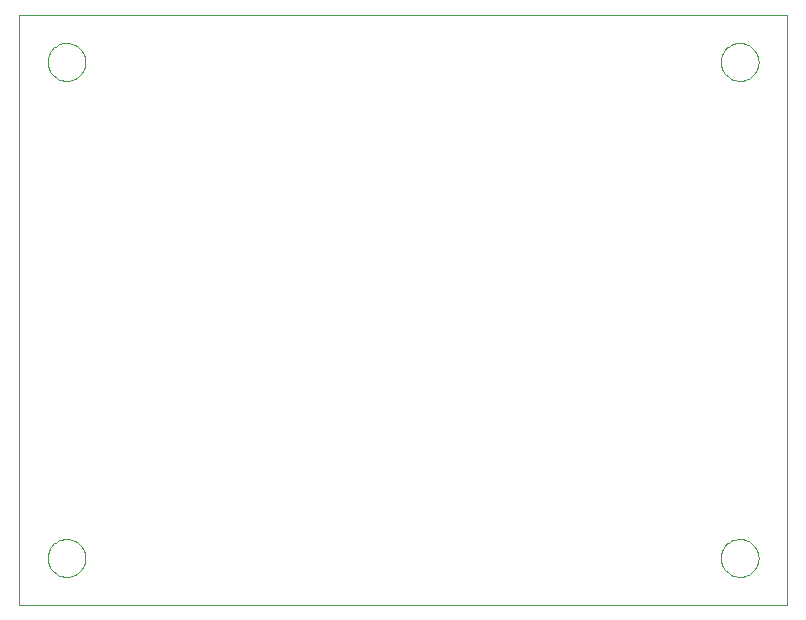
<source format=gko>
G75*
G70*
%OFA0B0*%
%FSLAX24Y24*%
%IPPOS*%
%LPD*%
%AMOC8*
5,1,8,0,0,1.08239X$1,22.5*
%
%ADD10C,0.0000*%
D10*
X022547Y022547D02*
X022547Y042232D01*
X048138Y042232D01*
X048138Y022547D01*
X022547Y022547D01*
X023492Y024122D02*
X023494Y024172D01*
X023500Y024222D01*
X023510Y024271D01*
X023524Y024319D01*
X023541Y024366D01*
X023562Y024411D01*
X023587Y024455D01*
X023615Y024496D01*
X023647Y024535D01*
X023681Y024572D01*
X023718Y024606D01*
X023758Y024636D01*
X023800Y024663D01*
X023844Y024687D01*
X023890Y024708D01*
X023937Y024724D01*
X023985Y024737D01*
X024035Y024746D01*
X024084Y024751D01*
X024135Y024752D01*
X024185Y024749D01*
X024234Y024742D01*
X024283Y024731D01*
X024331Y024716D01*
X024377Y024698D01*
X024422Y024676D01*
X024465Y024650D01*
X024506Y024621D01*
X024545Y024589D01*
X024581Y024554D01*
X024613Y024516D01*
X024643Y024476D01*
X024670Y024433D01*
X024693Y024389D01*
X024712Y024343D01*
X024728Y024295D01*
X024740Y024246D01*
X024748Y024197D01*
X024752Y024147D01*
X024752Y024097D01*
X024748Y024047D01*
X024740Y023998D01*
X024728Y023949D01*
X024712Y023901D01*
X024693Y023855D01*
X024670Y023811D01*
X024643Y023768D01*
X024613Y023728D01*
X024581Y023690D01*
X024545Y023655D01*
X024506Y023623D01*
X024465Y023594D01*
X024422Y023568D01*
X024377Y023546D01*
X024331Y023528D01*
X024283Y023513D01*
X024234Y023502D01*
X024185Y023495D01*
X024135Y023492D01*
X024084Y023493D01*
X024035Y023498D01*
X023985Y023507D01*
X023937Y023520D01*
X023890Y023536D01*
X023844Y023557D01*
X023800Y023581D01*
X023758Y023608D01*
X023718Y023638D01*
X023681Y023672D01*
X023647Y023709D01*
X023615Y023748D01*
X023587Y023789D01*
X023562Y023833D01*
X023541Y023878D01*
X023524Y023925D01*
X023510Y023973D01*
X023500Y024022D01*
X023494Y024072D01*
X023492Y024122D01*
X023492Y040657D02*
X023494Y040707D01*
X023500Y040757D01*
X023510Y040806D01*
X023524Y040854D01*
X023541Y040901D01*
X023562Y040946D01*
X023587Y040990D01*
X023615Y041031D01*
X023647Y041070D01*
X023681Y041107D01*
X023718Y041141D01*
X023758Y041171D01*
X023800Y041198D01*
X023844Y041222D01*
X023890Y041243D01*
X023937Y041259D01*
X023985Y041272D01*
X024035Y041281D01*
X024084Y041286D01*
X024135Y041287D01*
X024185Y041284D01*
X024234Y041277D01*
X024283Y041266D01*
X024331Y041251D01*
X024377Y041233D01*
X024422Y041211D01*
X024465Y041185D01*
X024506Y041156D01*
X024545Y041124D01*
X024581Y041089D01*
X024613Y041051D01*
X024643Y041011D01*
X024670Y040968D01*
X024693Y040924D01*
X024712Y040878D01*
X024728Y040830D01*
X024740Y040781D01*
X024748Y040732D01*
X024752Y040682D01*
X024752Y040632D01*
X024748Y040582D01*
X024740Y040533D01*
X024728Y040484D01*
X024712Y040436D01*
X024693Y040390D01*
X024670Y040346D01*
X024643Y040303D01*
X024613Y040263D01*
X024581Y040225D01*
X024545Y040190D01*
X024506Y040158D01*
X024465Y040129D01*
X024422Y040103D01*
X024377Y040081D01*
X024331Y040063D01*
X024283Y040048D01*
X024234Y040037D01*
X024185Y040030D01*
X024135Y040027D01*
X024084Y040028D01*
X024035Y040033D01*
X023985Y040042D01*
X023937Y040055D01*
X023890Y040071D01*
X023844Y040092D01*
X023800Y040116D01*
X023758Y040143D01*
X023718Y040173D01*
X023681Y040207D01*
X023647Y040244D01*
X023615Y040283D01*
X023587Y040324D01*
X023562Y040368D01*
X023541Y040413D01*
X023524Y040460D01*
X023510Y040508D01*
X023500Y040557D01*
X023494Y040607D01*
X023492Y040657D01*
X045933Y040657D02*
X045935Y040707D01*
X045941Y040757D01*
X045951Y040806D01*
X045965Y040854D01*
X045982Y040901D01*
X046003Y040946D01*
X046028Y040990D01*
X046056Y041031D01*
X046088Y041070D01*
X046122Y041107D01*
X046159Y041141D01*
X046199Y041171D01*
X046241Y041198D01*
X046285Y041222D01*
X046331Y041243D01*
X046378Y041259D01*
X046426Y041272D01*
X046476Y041281D01*
X046525Y041286D01*
X046576Y041287D01*
X046626Y041284D01*
X046675Y041277D01*
X046724Y041266D01*
X046772Y041251D01*
X046818Y041233D01*
X046863Y041211D01*
X046906Y041185D01*
X046947Y041156D01*
X046986Y041124D01*
X047022Y041089D01*
X047054Y041051D01*
X047084Y041011D01*
X047111Y040968D01*
X047134Y040924D01*
X047153Y040878D01*
X047169Y040830D01*
X047181Y040781D01*
X047189Y040732D01*
X047193Y040682D01*
X047193Y040632D01*
X047189Y040582D01*
X047181Y040533D01*
X047169Y040484D01*
X047153Y040436D01*
X047134Y040390D01*
X047111Y040346D01*
X047084Y040303D01*
X047054Y040263D01*
X047022Y040225D01*
X046986Y040190D01*
X046947Y040158D01*
X046906Y040129D01*
X046863Y040103D01*
X046818Y040081D01*
X046772Y040063D01*
X046724Y040048D01*
X046675Y040037D01*
X046626Y040030D01*
X046576Y040027D01*
X046525Y040028D01*
X046476Y040033D01*
X046426Y040042D01*
X046378Y040055D01*
X046331Y040071D01*
X046285Y040092D01*
X046241Y040116D01*
X046199Y040143D01*
X046159Y040173D01*
X046122Y040207D01*
X046088Y040244D01*
X046056Y040283D01*
X046028Y040324D01*
X046003Y040368D01*
X045982Y040413D01*
X045965Y040460D01*
X045951Y040508D01*
X045941Y040557D01*
X045935Y040607D01*
X045933Y040657D01*
X045933Y024122D02*
X045935Y024172D01*
X045941Y024222D01*
X045951Y024271D01*
X045965Y024319D01*
X045982Y024366D01*
X046003Y024411D01*
X046028Y024455D01*
X046056Y024496D01*
X046088Y024535D01*
X046122Y024572D01*
X046159Y024606D01*
X046199Y024636D01*
X046241Y024663D01*
X046285Y024687D01*
X046331Y024708D01*
X046378Y024724D01*
X046426Y024737D01*
X046476Y024746D01*
X046525Y024751D01*
X046576Y024752D01*
X046626Y024749D01*
X046675Y024742D01*
X046724Y024731D01*
X046772Y024716D01*
X046818Y024698D01*
X046863Y024676D01*
X046906Y024650D01*
X046947Y024621D01*
X046986Y024589D01*
X047022Y024554D01*
X047054Y024516D01*
X047084Y024476D01*
X047111Y024433D01*
X047134Y024389D01*
X047153Y024343D01*
X047169Y024295D01*
X047181Y024246D01*
X047189Y024197D01*
X047193Y024147D01*
X047193Y024097D01*
X047189Y024047D01*
X047181Y023998D01*
X047169Y023949D01*
X047153Y023901D01*
X047134Y023855D01*
X047111Y023811D01*
X047084Y023768D01*
X047054Y023728D01*
X047022Y023690D01*
X046986Y023655D01*
X046947Y023623D01*
X046906Y023594D01*
X046863Y023568D01*
X046818Y023546D01*
X046772Y023528D01*
X046724Y023513D01*
X046675Y023502D01*
X046626Y023495D01*
X046576Y023492D01*
X046525Y023493D01*
X046476Y023498D01*
X046426Y023507D01*
X046378Y023520D01*
X046331Y023536D01*
X046285Y023557D01*
X046241Y023581D01*
X046199Y023608D01*
X046159Y023638D01*
X046122Y023672D01*
X046088Y023709D01*
X046056Y023748D01*
X046028Y023789D01*
X046003Y023833D01*
X045982Y023878D01*
X045965Y023925D01*
X045951Y023973D01*
X045941Y024022D01*
X045935Y024072D01*
X045933Y024122D01*
M02*

</source>
